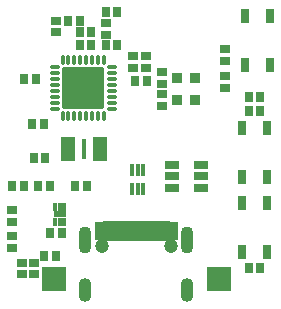
<source format=gts>
G04*
G04 #@! TF.GenerationSoftware,Altium Limited,Altium Designer,22.10.1 (41)*
G04*
G04 Layer_Color=8388736*
%FSLAX44Y44*%
%MOMM*%
G71*
G04*
G04 #@! TF.SameCoordinates,4435170C-8FAF-4430-8920-974BABAA59A2*
G04*
G04*
G04 #@! TF.FilePolarity,Negative*
G04*
G01*
G75*
G04:AMPARAMS|DCode=20|XSize=0.9mm|YSize=0.8mm|CornerRadius=0.04mm|HoleSize=0mm|Usage=FLASHONLY|Rotation=270.000|XOffset=0mm|YOffset=0mm|HoleType=Round|Shape=RoundedRectangle|*
%AMROUNDEDRECTD20*
21,1,0.9000,0.7200,0,0,270.0*
21,1,0.8200,0.8000,0,0,270.0*
1,1,0.0800,-0.3600,-0.4100*
1,1,0.0800,-0.3600,0.4100*
1,1,0.0800,0.3600,0.4100*
1,1,0.0800,0.3600,-0.4100*
%
%ADD20ROUNDEDRECTD20*%
%ADD32R,0.8800X1.7800*%
%ADD33R,0.7400X1.6400*%
%ADD34R,0.5800X1.7800*%
%ADD35R,0.4524X1.1424*%
%ADD36R,0.8524X0.7524*%
%ADD37R,0.7524X0.8524*%
G04:AMPARAMS|DCode=38|XSize=3.59mm|YSize=3.59mm|CornerRadius=0.2425mm|HoleSize=0mm|Usage=FLASHONLY|Rotation=90.000|XOffset=0mm|YOffset=0mm|HoleType=Round|Shape=RoundedRectangle|*
%AMROUNDEDRECTD38*
21,1,3.5900,3.1050,0,0,90.0*
21,1,3.1050,3.5900,0,0,90.0*
1,1,0.4850,1.5525,1.5525*
1,1,0.4850,1.5525,-1.5525*
1,1,0.4850,-1.5525,-1.5525*
1,1,0.4850,-1.5525,1.5525*
%
%ADD38ROUNDEDRECTD38*%
G04:AMPARAMS|DCode=39|XSize=0.35mm|YSize=0.8mm|CornerRadius=0.0625mm|HoleSize=0mm|Usage=FLASHONLY|Rotation=270.000|XOffset=0mm|YOffset=0mm|HoleType=Round|Shape=RoundedRectangle|*
%AMROUNDEDRECTD39*
21,1,0.3500,0.6750,0,0,270.0*
21,1,0.2250,0.8000,0,0,270.0*
1,1,0.1250,-0.3375,-0.1125*
1,1,0.1250,-0.3375,0.1125*
1,1,0.1250,0.3375,0.1125*
1,1,0.1250,0.3375,-0.1125*
%
%ADD39ROUNDEDRECTD39*%
G04:AMPARAMS|DCode=40|XSize=0.35mm|YSize=0.8mm|CornerRadius=0.0625mm|HoleSize=0mm|Usage=FLASHONLY|Rotation=180.000|XOffset=0mm|YOffset=0mm|HoleType=Round|Shape=RoundedRectangle|*
%AMROUNDEDRECTD40*
21,1,0.3500,0.6750,0,0,180.0*
21,1,0.2250,0.8000,0,0,180.0*
1,1,0.1250,-0.1125,0.3375*
1,1,0.1250,0.1125,0.3375*
1,1,0.1250,0.1125,-0.3375*
1,1,0.1250,-0.1125,-0.3375*
%
%ADD40ROUNDEDRECTD40*%
%ADD41R,1.1600X0.5600*%
%ADD42R,0.4024X1.8024*%
%ADD43R,0.8024X1.2024*%
%ADD44R,1.2024X0.7024*%
%ADD45R,2.1524X2.1524*%
%ADD46R,0.3524X0.7524*%
%ADD47R,1.1424X0.5024*%
%ADD48C,1.2000*%
%ADD49O,1.1000X2.3000*%
%ADD50O,1.1000X2.0000*%
D20*
X884750Y768250D02*
D03*
Y749750D02*
D03*
X899250Y768250D02*
D03*
Y749750D02*
D03*
D32*
X826000Y638500D02*
D03*
X874000D02*
D03*
D33*
X818000D02*
D03*
X882000D02*
D03*
D34*
X832500D02*
D03*
X837500D02*
D03*
X842500D02*
D03*
X867500D02*
D03*
X862500D02*
D03*
X857500D02*
D03*
X852500D02*
D03*
X847500D02*
D03*
D35*
X856000Y690050D02*
D03*
X851000D02*
D03*
X846000D02*
D03*
Y673950D02*
D03*
X851000D02*
D03*
X856000D02*
D03*
D36*
X824000Y805000D02*
D03*
Y815000D02*
D03*
X925000Y770000D02*
D03*
Y760000D02*
D03*
X744500Y646500D02*
D03*
Y656500D02*
D03*
Y634500D02*
D03*
Y624500D02*
D03*
X753000Y602000D02*
D03*
Y612000D02*
D03*
X763000Y602000D02*
D03*
Y612000D02*
D03*
X872000Y773000D02*
D03*
Y763000D02*
D03*
Y745000D02*
D03*
Y755000D02*
D03*
X847000Y787000D02*
D03*
Y777000D02*
D03*
X858000Y787000D02*
D03*
Y777000D02*
D03*
X782000Y807000D02*
D03*
Y817000D02*
D03*
X925000Y792500D02*
D03*
Y782500D02*
D03*
D37*
X764880Y767620D02*
D03*
X754880D02*
D03*
X766500Y676500D02*
D03*
X776500D02*
D03*
X772000Y618000D02*
D03*
X782000D02*
D03*
X802000Y796000D02*
D03*
X812000D02*
D03*
X859000Y766000D02*
D03*
X849000D02*
D03*
X834000Y796000D02*
D03*
X824000D02*
D03*
X834000Y824000D02*
D03*
X824000D02*
D03*
X792000Y817000D02*
D03*
X802000D02*
D03*
X802000Y807000D02*
D03*
X812000D02*
D03*
X772000Y729000D02*
D03*
X762000D02*
D03*
X763000Y701000D02*
D03*
X773000D02*
D03*
X945000Y740000D02*
D03*
X955000D02*
D03*
X945000Y752500D02*
D03*
X955000D02*
D03*
X744500Y676500D02*
D03*
X754500D02*
D03*
X955000Y607500D02*
D03*
X945000D02*
D03*
X808000Y677000D02*
D03*
X798000D02*
D03*
X777000Y637000D02*
D03*
X787000D02*
D03*
D38*
X805000Y760000D02*
D03*
D39*
X829000Y777500D02*
D03*
Y772500D02*
D03*
Y767500D02*
D03*
Y762500D02*
D03*
Y757500D02*
D03*
Y752500D02*
D03*
Y747500D02*
D03*
Y742500D02*
D03*
X781000D02*
D03*
Y747500D02*
D03*
Y752500D02*
D03*
Y757500D02*
D03*
Y762500D02*
D03*
Y767500D02*
D03*
Y772500D02*
D03*
Y777500D02*
D03*
D40*
X822500Y736000D02*
D03*
X817500D02*
D03*
X812500D02*
D03*
X807500D02*
D03*
X802500D02*
D03*
X797500D02*
D03*
X792500D02*
D03*
X787500D02*
D03*
Y784000D02*
D03*
X792500D02*
D03*
X797500D02*
D03*
X802500D02*
D03*
X807500D02*
D03*
X812500D02*
D03*
X817500D02*
D03*
X822500D02*
D03*
D41*
X819500Y716000D02*
D03*
Y711000D02*
D03*
Y706000D02*
D03*
Y701000D02*
D03*
X792500Y716000D02*
D03*
Y711000D02*
D03*
Y706000D02*
D03*
Y701000D02*
D03*
D42*
X806000Y708500D02*
D03*
D43*
X963250Y820750D02*
D03*
Y779250D02*
D03*
X941750Y820750D02*
D03*
Y779250D02*
D03*
X960750Y725750D02*
D03*
Y684250D02*
D03*
X939250Y725750D02*
D03*
Y684250D02*
D03*
Y621250D02*
D03*
Y662750D02*
D03*
X960750Y621250D02*
D03*
Y662750D02*
D03*
D44*
X905000Y675500D02*
D03*
Y685000D02*
D03*
Y694500D02*
D03*
X880000D02*
D03*
Y685000D02*
D03*
Y675500D02*
D03*
D45*
X920000Y598000D02*
D03*
X780000Y598000D02*
D03*
D46*
X789000Y659500D02*
D03*
X785000D02*
D03*
X781000D02*
D03*
Y646500D02*
D03*
X785000D02*
D03*
X789000D02*
D03*
D47*
X785000Y653000D02*
D03*
D48*
X879000Y626000D02*
D03*
X821000D02*
D03*
D49*
X806750Y631000D02*
D03*
X893250D02*
D03*
D50*
Y589000D02*
D03*
X806750D02*
D03*
M02*

</source>
